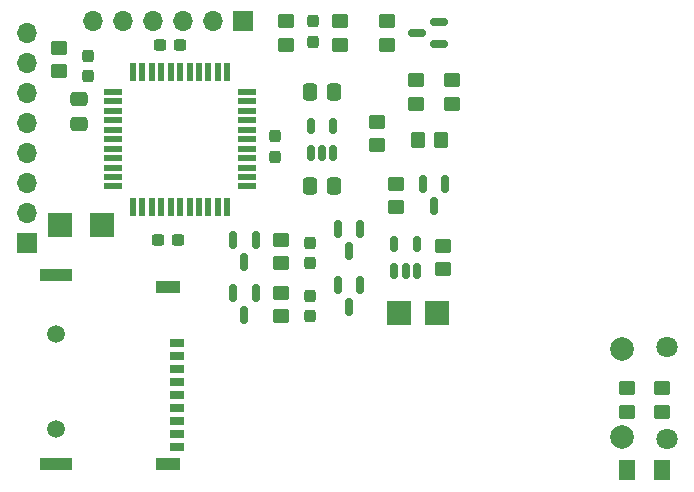
<source format=gbr>
%TF.GenerationSoftware,KiCad,Pcbnew,(6.0.9)*%
%TF.CreationDate,2023-11-17T13:22:31+01:00*%
%TF.ProjectId,datakeyboard,64617461-6b65-4796-926f-6172642e6b69,2*%
%TF.SameCoordinates,Original*%
%TF.FileFunction,Soldermask,Bot*%
%TF.FilePolarity,Negative*%
%FSLAX46Y46*%
G04 Gerber Fmt 4.6, Leading zero omitted, Abs format (unit mm)*
G04 Created by KiCad (PCBNEW (6.0.9)) date 2023-11-17 13:22:31*
%MOMM*%
%LPD*%
G01*
G04 APERTURE LIST*
G04 Aperture macros list*
%AMRoundRect*
0 Rectangle with rounded corners*
0 $1 Rounding radius*
0 $2 $3 $4 $5 $6 $7 $8 $9 X,Y pos of 4 corners*
0 Add a 4 corners polygon primitive as box body*
4,1,4,$2,$3,$4,$5,$6,$7,$8,$9,$2,$3,0*
0 Add four circle primitives for the rounded corners*
1,1,$1+$1,$2,$3*
1,1,$1+$1,$4,$5*
1,1,$1+$1,$6,$7*
1,1,$1+$1,$8,$9*
0 Add four rect primitives between the rounded corners*
20,1,$1+$1,$2,$3,$4,$5,0*
20,1,$1+$1,$4,$5,$6,$7,0*
20,1,$1+$1,$6,$7,$8,$9,0*
20,1,$1+$1,$8,$9,$2,$3,0*%
G04 Aperture macros list end*
%ADD10RoundRect,0.250000X0.450000X-0.350000X0.450000X0.350000X-0.450000X0.350000X-0.450000X-0.350000X0*%
%ADD11R,1.700000X1.700000*%
%ADD12O,1.700000X1.700000*%
%ADD13C,2.000000*%
%ADD14C,1.800000*%
%ADD15C,1.500000*%
%ADD16R,1.200000X0.700000*%
%ADD17R,2.000000X1.000000*%
%ADD18R,2.800000X1.000000*%
%ADD19R,1.500000X0.550000*%
%ADD20R,0.550000X1.500000*%
%ADD21RoundRect,0.250000X-0.450000X0.350000X-0.450000X-0.350000X0.450000X-0.350000X0.450000X0.350000X0*%
%ADD22R,2.000000X2.000000*%
%ADD23RoundRect,0.237500X-0.237500X0.300000X-0.237500X-0.300000X0.237500X-0.300000X0.237500X0.300000X0*%
%ADD24RoundRect,0.237500X0.300000X0.237500X-0.300000X0.237500X-0.300000X-0.237500X0.300000X-0.237500X0*%
%ADD25RoundRect,0.150000X0.150000X-0.512500X0.150000X0.512500X-0.150000X0.512500X-0.150000X-0.512500X0*%
%ADD26RoundRect,0.250000X0.350000X0.450000X-0.350000X0.450000X-0.350000X-0.450000X0.350000X-0.450000X0*%
%ADD27RoundRect,0.250000X0.337500X0.475000X-0.337500X0.475000X-0.337500X-0.475000X0.337500X-0.475000X0*%
%ADD28RoundRect,0.237500X0.237500X-0.300000X0.237500X0.300000X-0.237500X0.300000X-0.237500X-0.300000X0*%
%ADD29RoundRect,0.150000X-0.150000X0.587500X-0.150000X-0.587500X0.150000X-0.587500X0.150000X0.587500X0*%
%ADD30RoundRect,0.150000X0.587500X0.150000X-0.587500X0.150000X-0.587500X-0.150000X0.587500X-0.150000X0*%
%ADD31RoundRect,0.250001X0.462499X0.624999X-0.462499X0.624999X-0.462499X-0.624999X0.462499X-0.624999X0*%
%ADD32RoundRect,0.250000X-0.475000X0.337500X-0.475000X-0.337500X0.475000X-0.337500X0.475000X0.337500X0*%
G04 APERTURE END LIST*
D10*
%TO.C,R14*%
X104775000Y-111236000D03*
X104775000Y-109236000D03*
%TD*%
D11*
%TO.C,JDISP1*%
X102000000Y-125820000D03*
D12*
X102000000Y-123280000D03*
X102000000Y-120740000D03*
X102000000Y-118200000D03*
X102000000Y-115660000D03*
X102000000Y-113120000D03*
X102000000Y-110580000D03*
X102000000Y-108040000D03*
%TD*%
D13*
%TO.C,JUSB1*%
X152395000Y-134775000D03*
D14*
X156195000Y-134625000D03*
X156195000Y-142375000D03*
D13*
X152395000Y-142225000D03*
%TD*%
D11*
%TO.C,JPICKKIT1*%
X120350000Y-107000000D03*
D12*
X117810000Y-107000000D03*
X115270000Y-107000000D03*
X112730000Y-107000000D03*
X110190000Y-107000000D03*
X107650000Y-107000000D03*
%TD*%
D15*
%TO.C,JCARD1*%
X104500000Y-141500000D03*
X104500000Y-133500000D03*
D16*
X114725000Y-134225000D03*
X114725000Y-135325000D03*
X114725000Y-136425000D03*
X114725000Y-137525000D03*
X114725000Y-138625000D03*
X114725000Y-139725000D03*
X114725000Y-140825000D03*
X114725000Y-141925000D03*
X114725000Y-143025000D03*
D17*
X114000000Y-144500000D03*
D18*
X104500000Y-128500000D03*
X104500000Y-144500000D03*
D17*
X114000000Y-129500000D03*
%TD*%
D19*
%TO.C,U1*%
X109300000Y-121000000D03*
X109300000Y-120200000D03*
X109300000Y-119400000D03*
X109300000Y-118600000D03*
X109300000Y-117800000D03*
X109300000Y-117000000D03*
X109300000Y-116200000D03*
X109300000Y-115400000D03*
X109300000Y-114600000D03*
X109300000Y-113800000D03*
X109300000Y-113000000D03*
D20*
X111000000Y-111300000D03*
X111800000Y-111300000D03*
X112600000Y-111300000D03*
X113400000Y-111300000D03*
X114200000Y-111300000D03*
X115000000Y-111300000D03*
X115800000Y-111300000D03*
X116600000Y-111300000D03*
X117400000Y-111300000D03*
X118200000Y-111300000D03*
X119000000Y-111300000D03*
D19*
X120700000Y-113000000D03*
X120700000Y-113800000D03*
X120700000Y-114600000D03*
X120700000Y-115400000D03*
X120700000Y-116200000D03*
X120700000Y-117000000D03*
X120700000Y-117800000D03*
X120700000Y-118600000D03*
X120700000Y-119400000D03*
X120700000Y-120200000D03*
X120700000Y-121000000D03*
D20*
X119000000Y-122700000D03*
X118200000Y-122700000D03*
X117400000Y-122700000D03*
X116600000Y-122700000D03*
X115800000Y-122700000D03*
X115000000Y-122700000D03*
X114200000Y-122700000D03*
X113400000Y-122700000D03*
X112600000Y-122700000D03*
X111800000Y-122700000D03*
X111000000Y-122700000D03*
%TD*%
D21*
%TO.C,R1*%
X131700000Y-115500000D03*
X131700000Y-117500000D03*
%TD*%
D22*
%TO.C,JCASE2*%
X104800000Y-124300000D03*
%TD*%
D23*
%TO.C,C10*%
X123000000Y-116750000D03*
X123000000Y-118475000D03*
%TD*%
D21*
%TO.C,R5*%
X135000000Y-112000000D03*
X135000000Y-114000000D03*
%TD*%
D24*
%TO.C,C6*%
X115000000Y-109000000D03*
X113275000Y-109000000D03*
%TD*%
D25*
%TO.C,U3*%
X127950000Y-118137500D03*
X127000000Y-118137500D03*
X126050000Y-118137500D03*
X126050000Y-115862500D03*
X127950000Y-115862500D03*
%TD*%
%TO.C,U2*%
X135050000Y-128137500D03*
X134100000Y-128137500D03*
X133150000Y-128137500D03*
X133150000Y-125862500D03*
X135050000Y-125862500D03*
%TD*%
D10*
%TO.C,R10*%
X123500000Y-132000000D03*
X123500000Y-130000000D03*
%TD*%
D21*
%TO.C,R11*%
X123500000Y-125500000D03*
X123500000Y-127500000D03*
%TD*%
D10*
%TO.C,R4*%
X138000000Y-114000000D03*
X138000000Y-112000000D03*
%TD*%
D26*
%TO.C,R13*%
X137100000Y-117100000D03*
X135100000Y-117100000D03*
%TD*%
D27*
%TO.C,C2*%
X128037500Y-113000000D03*
X125962500Y-113000000D03*
%TD*%
D22*
%TO.C,JBAT2*%
X136750000Y-131750000D03*
%TD*%
D28*
%TO.C,C7*%
X126000000Y-127500000D03*
X126000000Y-125775000D03*
%TD*%
D29*
%TO.C,D3*%
X128350000Y-124562500D03*
X130250000Y-124562500D03*
X129300000Y-126437500D03*
%TD*%
D22*
%TO.C,JBAT1*%
X133500000Y-131750000D03*
%TD*%
D29*
%TO.C,Q1*%
X119500000Y-130000000D03*
X121400000Y-130000000D03*
X120450000Y-131875000D03*
%TD*%
D28*
%TO.C,C5*%
X107200000Y-111662500D03*
X107200000Y-109937500D03*
%TD*%
D21*
%TO.C,R3*%
X152800000Y-138100000D03*
X152800000Y-140100000D03*
%TD*%
D10*
%TO.C,R8*%
X124000000Y-109000000D03*
X124000000Y-107000000D03*
%TD*%
D29*
%TO.C,Q2*%
X119500000Y-125562500D03*
X121400000Y-125562500D03*
X120450000Y-127437500D03*
%TD*%
D24*
%TO.C,C8*%
X114862500Y-125500000D03*
X113137500Y-125500000D03*
%TD*%
D10*
%TO.C,R12*%
X133300000Y-122750000D03*
X133300000Y-120750000D03*
%TD*%
D28*
%TO.C,C9*%
X126000000Y-132000000D03*
X126000000Y-130275000D03*
%TD*%
D27*
%TO.C,C1*%
X128037500Y-121000000D03*
X125962500Y-121000000D03*
%TD*%
D10*
%TO.C,R2*%
X155800000Y-140100000D03*
X155800000Y-138100000D03*
%TD*%
D22*
%TO.C,JCASE1*%
X108400000Y-124300000D03*
%TD*%
D23*
%TO.C,C11*%
X126250000Y-107025000D03*
X126250000Y-108750000D03*
%TD*%
D10*
%TO.C,R7*%
X128500000Y-109000000D03*
X128500000Y-107000000D03*
%TD*%
D29*
%TO.C,Q4*%
X135550000Y-120812500D03*
X137450000Y-120812500D03*
X136500000Y-122687500D03*
%TD*%
D30*
%TO.C,Q3*%
X136937500Y-107050000D03*
X136937500Y-108950000D03*
X135062500Y-108000000D03*
%TD*%
D10*
%TO.C,R6*%
X132500000Y-109000000D03*
X132500000Y-107000000D03*
%TD*%
D31*
%TO.C,D2*%
X155787500Y-145000000D03*
X152812500Y-145000000D03*
%TD*%
D29*
%TO.C,Q5*%
X128350000Y-129362500D03*
X130250000Y-129362500D03*
X129300000Y-131237500D03*
%TD*%
D10*
%TO.C,R9*%
X137300000Y-128000000D03*
X137300000Y-126000000D03*
%TD*%
D32*
%TO.C,C3*%
X106400000Y-113625000D03*
X106400000Y-115700000D03*
%TD*%
M02*

</source>
